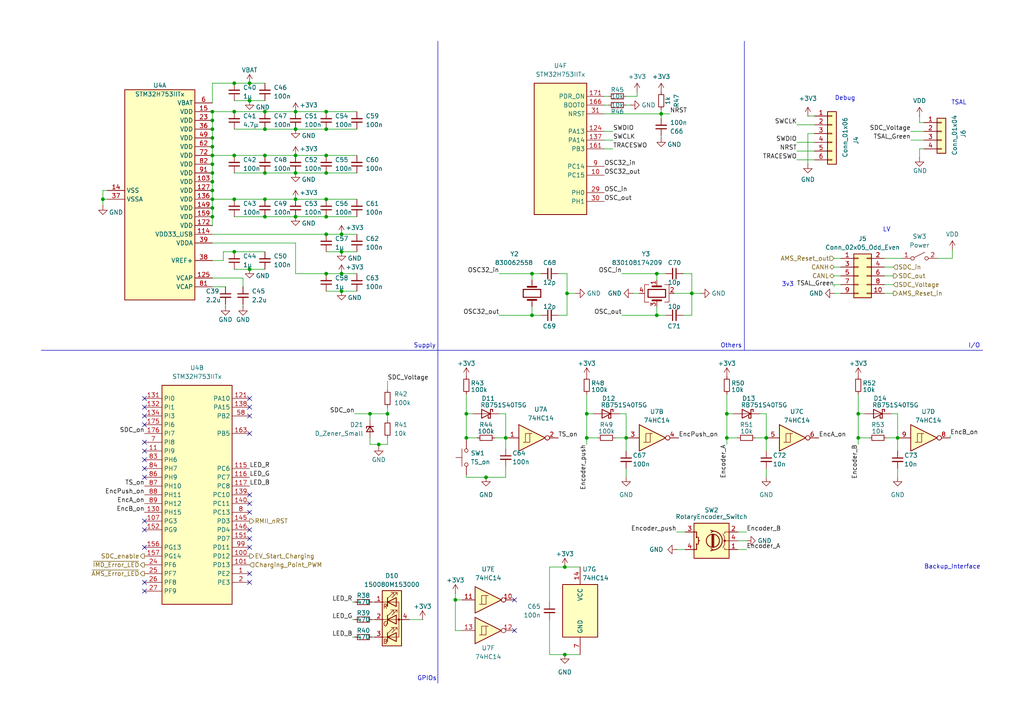
<source format=kicad_sch>
(kicad_sch
	(version 20250114)
	(generator "eeschema")
	(generator_version "9.0")
	(uuid "35b8a975-a1f8-4a47-8395-8e1ea283b386")
	(paper "A4")
	
	(text "Supply"
		(exclude_from_sim no)
		(at 123.19 100.33 0)
		(effects
			(font
				(size 1.27 1.27)
			)
		)
		(uuid "131e0615-657c-4f59-929d-0b7601842308")
	)
	(text "Backup_Interface"
		(exclude_from_sim no)
		(at 276.225 164.465 0)
		(effects
			(font
				(size 1.27 1.27)
			)
		)
		(uuid "15d77424-d13c-4f90-9f96-be8bf1adf8cc")
	)
	(text "3v3"
		(exclude_from_sim no)
		(at 226.695 82.55 0)
		(effects
			(font
				(size 1.27 1.27)
			)
			(justify left)
		)
		(uuid "364922e6-446e-413c-878a-bdcedb16435f")
	)
	(text "Debug"
		(exclude_from_sim no)
		(at 245.11 28.575 0)
		(effects
			(font
				(size 1.27 1.27)
			)
		)
		(uuid "79c5fecb-7e44-4b5c-b26a-b9a1ead8d6a7")
	)
	(text "GPIOs"
		(exclude_from_sim no)
		(at 123.825 196.85 0)
		(effects
			(font
				(size 1.27 1.27)
			)
		)
		(uuid "874e0f0d-b925-486e-858d-0f71e7baf11c")
	)
	(text "Others"
		(exclude_from_sim no)
		(at 212.09 100.33 0)
		(effects
			(font
				(size 1.27 1.27)
			)
		)
		(uuid "8c39beda-3239-4b4d-a394-cb66f7a7e4ef")
	)
	(text "LV"
		(exclude_from_sim no)
		(at 257.175 66.675 0)
		(effects
			(font
				(size 1.27 1.27)
			)
		)
		(uuid "8e72c987-571c-4fd1-98e2-d688bb9b9a23")
	)
	(text "TSAL"
		(exclude_from_sim no)
		(at 278.13 29.845 0)
		(effects
			(font
				(size 1.27 1.27)
			)
		)
		(uuid "b0e08e63-728e-465b-a9bb-a2354a70eaa5")
	)
	(text "I/O"
		(exclude_from_sim no)
		(at 282.575 100.33 0)
		(effects
			(font
				(size 1.27 1.27)
			)
		)
		(uuid "f89b8e88-7ad7-41ce-a0a0-f0fc435a26ef")
	)
	(junction
		(at 210.82 127)
		(diameter 0)
		(color 0 0 0 0)
		(uuid "03054f2e-9208-4716-83d7-1967059eae49")
	)
	(junction
		(at 170.18 120.015)
		(diameter 0)
		(color 0 0 0 0)
		(uuid "04edc9c4-6ba3-413b-80a1-5be3abfb178c")
	)
	(junction
		(at 61.595 60.325)
		(diameter 0)
		(color 0 0 0 0)
		(uuid "0639ff6d-0fa4-4a92-9101-ae69b2e89fd2")
	)
	(junction
		(at 135.255 127)
		(diameter 0)
		(color 0 0 0 0)
		(uuid "0da62957-c2c4-4942-91bd-ffb8d4251c5e")
	)
	(junction
		(at 67.945 32.385)
		(diameter 0)
		(color 0 0 0 0)
		(uuid "1277a601-4d5f-42fb-a0c5-a1f18ba0016e")
	)
	(junction
		(at 260.35 127)
		(diameter 0)
		(color 0 0 0 0)
		(uuid "1ec9d057-6b69-4bff-b2f9-d0b216a47459")
	)
	(junction
		(at 181.61 127)
		(diameter 0)
		(color 0 0 0 0)
		(uuid "1fbd7fc5-8c6d-4ada-afcb-22c60ceb9e34")
	)
	(junction
		(at 132.08 173.99)
		(diameter 0)
		(color 0 0 0 0)
		(uuid "2372f2f0-8b6b-4ba0-8156-48184e2d7c4f")
	)
	(junction
		(at 163.83 164.465)
		(diameter 0)
		(color 0 0 0 0)
		(uuid "32af624e-2218-4443-87a1-2186e9d667d8")
	)
	(junction
		(at 248.92 120.015)
		(diameter 0)
		(color 0 0 0 0)
		(uuid "37d9dbe4-82b9-4615-805a-2f19a542c56e")
	)
	(junction
		(at 170.18 127)
		(diameter 0)
		(color 0 0 0 0)
		(uuid "384fafa7-2dc2-475f-b12a-20aa52e1d930")
	)
	(junction
		(at 112.395 120.015)
		(diameter 0)
		(color 0 0 0 0)
		(uuid "38d409b5-2312-4643-b1fc-fd0131fce598")
	)
	(junction
		(at 67.945 57.785)
		(diameter 0)
		(color 0 0 0 0)
		(uuid "3a44a5b6-35e6-477b-bf34-724cef99df7e")
	)
	(junction
		(at 61.595 32.385)
		(diameter 0)
		(color 0 0 0 0)
		(uuid "3b2e415b-e57a-4f5e-b680-987d6e0ee75d")
	)
	(junction
		(at 76.835 45.085)
		(diameter 0)
		(color 0 0 0 0)
		(uuid "412c5816-2822-46ca-a32f-61cb431bfe1e")
	)
	(junction
		(at 61.595 34.925)
		(diameter 0)
		(color 0 0 0 0)
		(uuid "430d2d22-0f07-45e6-a066-ebb18e98b45d")
	)
	(junction
		(at 94.615 79.375)
		(diameter 0)
		(color 0 0 0 0)
		(uuid "432f5d77-435d-4ec6-8d84-c3578eca972e")
	)
	(junction
		(at 85.725 50.165)
		(diameter 0)
		(color 0 0 0 0)
		(uuid "43f5a8a8-38be-4f74-81aa-71bbc42e5709")
	)
	(junction
		(at 248.92 127)
		(diameter 0)
		(color 0 0 0 0)
		(uuid "46587df5-c4cb-464f-b081-46b2e985f2df")
	)
	(junction
		(at 99.06 84.455)
		(diameter 0)
		(color 0 0 0 0)
		(uuid "4904ae19-57ee-4766-a793-026af6184969")
	)
	(junction
		(at 61.595 57.785)
		(diameter 0)
		(color 0 0 0 0)
		(uuid "4a33e8c1-b15f-4db0-b29d-1dd2148aad9a")
	)
	(junction
		(at 85.725 57.785)
		(diameter 0)
		(color 0 0 0 0)
		(uuid "4bd9b2ee-526d-4e54-8543-852c7a6f1074")
	)
	(junction
		(at 61.595 40.005)
		(diameter 0)
		(color 0 0 0 0)
		(uuid "4bef900f-dc66-42af-b560-e8cc8d6a6bce")
	)
	(junction
		(at 61.595 37.465)
		(diameter 0)
		(color 0 0 0 0)
		(uuid "4c2b925c-0792-420d-8f18-1f562d9b6ba2")
	)
	(junction
		(at 99.06 73.025)
		(diameter 0)
		(color 0 0 0 0)
		(uuid "4ff38491-b732-4bec-930a-4ca407ceb858")
	)
	(junction
		(at 107.315 120.015)
		(diameter 0)
		(color 0 0 0 0)
		(uuid "543660ff-ca23-4fad-8505-bcc3272f30b0")
	)
	(junction
		(at 164.465 85.09)
		(diameter 0)
		(color 0 0 0 0)
		(uuid "556ed635-fced-44e3-845c-f708c990d149")
	)
	(junction
		(at 163.83 189.865)
		(diameter 0)
		(color 0 0 0 0)
		(uuid "57546ade-761b-45ef-9890-daec7eb5d082")
	)
	(junction
		(at 94.615 67.945)
		(diameter 0)
		(color 0 0 0 0)
		(uuid "58f143f7-5a5b-4ff8-89cf-03a63964eb53")
	)
	(junction
		(at 190.5 79.375)
		(diameter 0)
		(color 0 0 0 0)
		(uuid "592f8bd9-4310-4fe4-b840-3718d5a08ff0")
	)
	(junction
		(at 85.725 37.465)
		(diameter 0)
		(color 0 0 0 0)
		(uuid "5a46c399-0f9f-4049-86b9-32bfb792b0a4")
	)
	(junction
		(at 67.945 24.13)
		(diameter 0)
		(color 0 0 0 0)
		(uuid "5ee7831a-b9cd-4699-8b90-ccd7a33a516a")
	)
	(junction
		(at 94.615 62.865)
		(diameter 0)
		(color 0 0 0 0)
		(uuid "62af3ba4-2380-4137-9c4c-8f703fa148db")
	)
	(junction
		(at 222.25 127)
		(diameter 0)
		(color 0 0 0 0)
		(uuid "68357784-7318-43f3-becd-152fcf669e7d")
	)
	(junction
		(at 85.725 32.385)
		(diameter 0)
		(color 0 0 0 0)
		(uuid "6b4ae941-68bd-4806-b564-6051c3e374f6")
	)
	(junction
		(at 61.595 47.625)
		(diameter 0)
		(color 0 0 0 0)
		(uuid "6e7d6e8b-008e-46f2-97bf-300e301fcdc5")
	)
	(junction
		(at 72.39 29.21)
		(diameter 0)
		(color 0 0 0 0)
		(uuid "84972f59-b0b8-441f-aae9-7917b0ac015f")
	)
	(junction
		(at 85.725 45.085)
		(diameter 0)
		(color 0 0 0 0)
		(uuid "84d185bd-171c-460f-91bf-66aa757880e7")
	)
	(junction
		(at 76.835 37.465)
		(diameter 0)
		(color 0 0 0 0)
		(uuid "8a3e42ba-433e-476e-bec8-923cd84f46fb")
	)
	(junction
		(at 61.595 52.705)
		(diameter 0)
		(color 0 0 0 0)
		(uuid "93864b3d-3224-4702-bf3d-2ed04340069c")
	)
	(junction
		(at 99.06 79.375)
		(diameter 0)
		(color 0 0 0 0)
		(uuid "9e0818cf-2913-43d0-81ad-5fd7c6a3ddb1")
	)
	(junction
		(at 140.97 138.43)
		(diameter 0)
		(color 0 0 0 0)
		(uuid "a2af58c6-5f1e-4b3e-b0c0-12a279005486")
	)
	(junction
		(at 76.835 50.165)
		(diameter 0)
		(color 0 0 0 0)
		(uuid "a8da62c7-b5b2-4a05-8568-ce944b258201")
	)
	(junction
		(at 190.5 91.44)
		(diameter 0)
		(color 0 0 0 0)
		(uuid "ac9f37a4-8446-4a5b-a6ff-9f608799a097")
	)
	(junction
		(at 61.595 50.165)
		(diameter 0)
		(color 0 0 0 0)
		(uuid "b510fd1a-117a-465f-a751-9a561bd2ac96")
	)
	(junction
		(at 61.595 42.545)
		(diameter 0)
		(color 0 0 0 0)
		(uuid "b530e2a2-741c-4c76-ace0-7d60e6d206ce")
	)
	(junction
		(at 135.255 120.015)
		(diameter 0)
		(color 0 0 0 0)
		(uuid "b5323042-cbc4-4c6d-8b55-da362d9db400")
	)
	(junction
		(at 94.615 57.785)
		(diameter 0)
		(color 0 0 0 0)
		(uuid "bca7b570-75fa-40a7-a5dd-b415eee9e6fa")
	)
	(junction
		(at 94.615 50.165)
		(diameter 0)
		(color 0 0 0 0)
		(uuid "bcf0274b-9b82-4ddd-b442-da13a9d22e46")
	)
	(junction
		(at 67.945 73.025)
		(diameter 0)
		(color 0 0 0 0)
		(uuid "bdeb1722-eb35-4647-a7e0-350ed2e01785")
	)
	(junction
		(at 200.66 85.09)
		(diameter 0)
		(color 0 0 0 0)
		(uuid "c2234057-b903-484a-a2e3-a32a8859901c")
	)
	(junction
		(at 85.725 62.865)
		(diameter 0)
		(color 0 0 0 0)
		(uuid "c55b6c0a-705b-4ad7-afc8-beda683bc62e")
	)
	(junction
		(at 67.945 45.085)
		(diameter 0)
		(color 0 0 0 0)
		(uuid "ced6b67c-b589-447b-b173-eb3d5278bd77")
	)
	(junction
		(at 99.06 67.945)
		(diameter 0)
		(color 0 0 0 0)
		(uuid "ceeeb9fd-c3cf-438c-9822-df85739f3524")
	)
	(junction
		(at 191.77 33.02)
		(diameter 0)
		(color 0 0 0 0)
		(uuid "d01fb329-49c1-4312-9a86-8c2522e92a75")
	)
	(junction
		(at 72.39 24.13)
		(diameter 0)
		(color 0 0 0 0)
		(uuid "d181dd89-adb0-44ef-b5de-42f46220a519")
	)
	(junction
		(at 154.305 91.44)
		(diameter 0)
		(color 0 0 0 0)
		(uuid "d62f36d0-5342-483c-96b2-d979dd1cfd28")
	)
	(junction
		(at 154.305 79.375)
		(diameter 0)
		(color 0 0 0 0)
		(uuid "d7b6fc6c-855c-4ad5-b8db-ffb1631d4d8e")
	)
	(junction
		(at 29.845 57.785)
		(diameter 0)
		(color 0 0 0 0)
		(uuid "da4a391a-8756-4bbe-ad5d-6a5d7cc0698f")
	)
	(junction
		(at 72.39 78.105)
		(diameter 0)
		(color 0 0 0 0)
		(uuid "dc976682-daa7-427b-b632-e4e6f1b2f4a5")
	)
	(junction
		(at 146.685 127)
		(diameter 0)
		(color 0 0 0 0)
		(uuid "ddd035ed-81df-49e3-9245-82755440f4a5")
	)
	(junction
		(at 61.595 55.245)
		(diameter 0)
		(color 0 0 0 0)
		(uuid "e0d34c7c-a2c8-4d45-a4be-7edc074c7759")
	)
	(junction
		(at 210.82 120.015)
		(diameter 0)
		(color 0 0 0 0)
		(uuid "e28988d6-1ee7-4e20-9f02-35f81af9ff26")
	)
	(junction
		(at 94.615 32.385)
		(diameter 0)
		(color 0 0 0 0)
		(uuid "e6ae9a3e-d48c-4e18-9235-74fe81b4c978")
	)
	(junction
		(at 61.595 62.865)
		(diameter 0)
		(color 0 0 0 0)
		(uuid "eea696d1-0980-4f7d-9ba9-1ff3dcb2b606")
	)
	(junction
		(at 76.835 57.785)
		(diameter 0)
		(color 0 0 0 0)
		(uuid "f3f74bf6-10b1-4218-bfb6-61ef3118c054")
	)
	(junction
		(at 76.835 62.865)
		(diameter 0)
		(color 0 0 0 0)
		(uuid "f5150f2b-4683-49e5-a470-3066104142ee")
	)
	(junction
		(at 61.595 45.085)
		(diameter 0)
		(color 0 0 0 0)
		(uuid "f5abb69e-3023-40b6-8c88-ffed31815111")
	)
	(junction
		(at 76.835 32.385)
		(diameter 0)
		(color 0 0 0 0)
		(uuid "f71381d7-d154-4117-8ffa-0d9e641e8953")
	)
	(junction
		(at 94.615 45.085)
		(diameter 0)
		(color 0 0 0 0)
		(uuid "fa07ce36-60e8-4ebb-8b80-5cc0f863054d")
	)
	(junction
		(at 94.615 37.465)
		(diameter 0)
		(color 0 0 0 0)
		(uuid "fea021c6-6169-4cbd-bd9b-0c0e6e7bdfc0")
	)
	(junction
		(at 109.855 128.905)
		(diameter 0)
		(color 0 0 0 0)
		(uuid "fee4a54d-fd10-4b4f-97f2-238b76d9efae")
	)
	(no_connect
		(at 72.39 153.67)
		(uuid "0979849e-710e-47b6-86d7-e9c688b9aa11")
	)
	(no_connect
		(at 72.39 143.51)
		(uuid "13083978-a433-486d-9ce7-3968dc7190da")
	)
	(no_connect
		(at 41.91 123.19)
		(uuid "146ce1fc-bec7-4dc3-ab48-bc46d796fe51")
	)
	(no_connect
		(at 72.39 166.37)
		(uuid "184e0b37-2f9c-4056-97b4-ef1a017e4ee4")
	)
	(no_connect
		(at 41.91 168.91)
		(uuid "1ab33352-5df0-41d3-8a2b-70622302d93e")
	)
	(no_connect
		(at 41.91 115.57)
		(uuid "23ed13f4-98b6-439c-b825-aece08b8acca")
	)
	(no_connect
		(at 72.39 168.91)
		(uuid "280c6123-36ed-4032-a8fb-23625e9cbf40")
	)
	(no_connect
		(at 149.225 182.88)
		(uuid "29403ca2-cc18-4015-b634-200487c369b9")
	)
	(no_connect
		(at 72.39 118.11)
		(uuid "3071b2a9-834c-4d88-bf39-2726c506937e")
	)
	(no_connect
		(at 72.39 156.21)
		(uuid "4f5fb956-ecd3-4e6a-b104-4f11672ec02d")
	)
	(no_connect
		(at 72.39 115.57)
		(uuid "554342c8-e8a6-401a-9844-51d2683b8c11")
	)
	(no_connect
		(at 72.39 148.59)
		(uuid "56d7413a-87a1-4ad6-8dbd-0da9468a8192")
	)
	(no_connect
		(at 41.91 153.67)
		(uuid "5cb0fac4-5588-43dd-a51e-c4f003bc7824")
	)
	(no_connect
		(at 41.91 171.45)
		(uuid "7e0e686d-2fb2-4695-9b96-f6d8257bde24")
	)
	(no_connect
		(at 149.225 173.99)
		(uuid "8cf95af1-9033-42fe-8297-3430137568f8")
	)
	(no_connect
		(at 72.39 146.05)
		(uuid "9c567fc2-914f-47ce-9a54-4d0e0f7c77a2")
	)
	(no_connect
		(at 72.39 125.73)
		(uuid "ae028c46-c4c0-44a8-ab15-5a3221e64571")
	)
	(no_connect
		(at 41.91 158.75)
		(uuid "b2a1bafe-da14-4fcd-aca9-95c91fcd2301")
	)
	(no_connect
		(at 41.91 120.65)
		(uuid "bf91d5ab-3192-49f6-a0f3-cb8a4dc750a6")
	)
	(no_connect
		(at 41.91 138.43)
		(uuid "c17d3ccd-81ba-4fdd-af5d-4cffde13a405")
	)
	(no_connect
		(at 41.91 133.35)
		(uuid "c2dec42b-d8b6-4fba-8ad8-3058ad41867c")
	)
	(no_connect
		(at 41.91 130.81)
		(uuid "cb35255e-15c1-4414-bab0-36e7e6123437")
	)
	(no_connect
		(at 72.39 120.65)
		(uuid "cf225bd0-a812-4259-9c6d-76bce07b2df2")
	)
	(no_connect
		(at 41.91 135.89)
		(uuid "cf870591-39f4-4cb8-9b41-ec579bc32917")
	)
	(no_connect
		(at 41.91 151.13)
		(uuid "d187bd36-9147-40e9-9890-05ffb8be5838")
	)
	(no_connect
		(at 41.91 128.27)
		(uuid "d944d886-a214-438d-bf39-c2249697a1c3")
	)
	(no_connect
		(at 41.91 118.11)
		(uuid "db10fffb-96cd-4cae-b23e-174ce2da0ba8")
	)
	(no_connect
		(at 72.39 158.75)
		(uuid "e38f9f38-fab1-4a5d-8735-35ab6dacc3c2")
	)
	(wire
		(pts
			(xy 29.845 55.245) (xy 29.845 57.785)
		)
		(stroke
			(width 0)
			(type default)
		)
		(uuid "032e93c1-425f-4fcb-aba6-03ae1c74082b")
	)
	(wire
		(pts
			(xy 61.595 50.165) (xy 61.595 52.705)
		)
		(stroke
			(width 0)
			(type default)
		)
		(uuid "04debeef-549a-4c39-927b-69f1f0139e70")
	)
	(wire
		(pts
			(xy 102.235 184.785) (xy 102.87 184.785)
		)
		(stroke
			(width 0)
			(type default)
		)
		(uuid "05c2eb4c-a567-4a7b-9a8b-6cba89516905")
	)
	(wire
		(pts
			(xy 163.83 164.465) (xy 159.385 164.465)
		)
		(stroke
			(width 0)
			(type default)
		)
		(uuid "07a82d9a-9ca8-4d08-8726-f180541b7083")
	)
	(wire
		(pts
			(xy 94.615 84.455) (xy 99.06 84.455)
		)
		(stroke
			(width 0)
			(type default)
		)
		(uuid "0897e0f0-120b-400e-bb14-897e40e7b02d")
	)
	(wire
		(pts
			(xy 61.595 45.085) (xy 61.595 47.625)
		)
		(stroke
			(width 0)
			(type default)
		)
		(uuid "097118d6-edc8-4348-b70f-10344c435092")
	)
	(wire
		(pts
			(xy 276.225 74.93) (xy 271.78 74.93)
		)
		(stroke
			(width 0)
			(type default)
		)
		(uuid "0abfaed6-42e2-4ebd-ac06-07b93585aba9")
	)
	(wire
		(pts
			(xy 210.82 127) (xy 210.82 120.015)
		)
		(stroke
			(width 0)
			(type default)
		)
		(uuid "0acb257e-2494-4ba3-9e68-77f675c74b58")
	)
	(wire
		(pts
			(xy 132.08 173.99) (xy 133.985 173.99)
		)
		(stroke
			(width 0)
			(type default)
		)
		(uuid "0c12a21c-7010-4ff8-acfb-f02a5c09dbb8")
	)
	(wire
		(pts
			(xy 266.7 33.655) (xy 266.7 35.56)
		)
		(stroke
			(width 0)
			(type default)
		)
		(uuid "0e5c1ed1-997f-463b-a28c-687c838c6c3e")
	)
	(wire
		(pts
			(xy 164.465 79.375) (xy 161.925 79.375)
		)
		(stroke
			(width 0)
			(type default)
		)
		(uuid "0f6e8366-0d81-4da7-9f30-62173a06d853")
	)
	(wire
		(pts
			(xy 144.78 91.44) (xy 154.305 91.44)
		)
		(stroke
			(width 0)
			(type default)
		)
		(uuid "0f761e8c-44a9-43ba-8303-ba52fba04da2")
	)
	(wire
		(pts
			(xy 94.615 32.385) (xy 103.505 32.385)
		)
		(stroke
			(width 0)
			(type default)
		)
		(uuid "0fa1f5e0-0ffe-4f7d-bf74-e541cdb35448")
	)
	(wire
		(pts
			(xy 67.945 29.21) (xy 72.39 29.21)
		)
		(stroke
			(width 0)
			(type default)
		)
		(uuid "104524c5-4e85-46bb-8fcf-6e42d9b60b65")
	)
	(wire
		(pts
			(xy 196.215 154.305) (xy 198.755 154.305)
		)
		(stroke
			(width 0)
			(type default)
		)
		(uuid "10bcdded-64db-4cbe-937c-70873d7cfb8e")
	)
	(wire
		(pts
			(xy 154.305 88.9) (xy 154.305 91.44)
		)
		(stroke
			(width 0)
			(type default)
		)
		(uuid "11e88f10-3504-432d-b8ed-d3a2e1236c08")
	)
	(wire
		(pts
			(xy 159.385 179.705) (xy 159.385 189.865)
		)
		(stroke
			(width 0)
			(type default)
		)
		(uuid "12993ed2-1dc1-4d0e-86ff-959c1d8c40f6")
	)
	(wire
		(pts
			(xy 156.845 79.375) (xy 154.305 79.375)
		)
		(stroke
			(width 0)
			(type default)
		)
		(uuid "13465972-5b15-4360-a8d8-10dafd7f715f")
	)
	(wire
		(pts
			(xy 61.595 80.645) (xy 70.485 80.645)
		)
		(stroke
			(width 0)
			(type default)
		)
		(uuid "148b4878-4176-450e-a5d5-e6bfe383516f")
	)
	(wire
		(pts
			(xy 276.225 72.39) (xy 276.225 74.93)
		)
		(stroke
			(width 0)
			(type default)
		)
		(uuid "149f6158-2d55-4904-9005-6a7af8f5b0bd")
	)
	(wire
		(pts
			(xy 61.595 70.485) (xy 85.725 70.485)
		)
		(stroke
			(width 0)
			(type default)
		)
		(uuid "17aaff2b-efe1-44db-8c2b-80df99259895")
	)
	(wire
		(pts
			(xy 266.7 45.72) (xy 266.7 43.18)
		)
		(stroke
			(width 0)
			(type default)
		)
		(uuid "17af4a42-5d6e-4b1d-a623-823e298f89ff")
	)
	(wire
		(pts
			(xy 248.92 127) (xy 248.92 120.015)
		)
		(stroke
			(width 0)
			(type default)
		)
		(uuid "189cc12e-17f9-4ac7-a5e3-046d825e6b14")
	)
	(wire
		(pts
			(xy 99.06 67.945) (xy 103.505 67.945)
		)
		(stroke
			(width 0)
			(type default)
		)
		(uuid "1a1d5fa7-6a93-453f-bf03-bdc034a2e77b")
	)
	(wire
		(pts
			(xy 94.615 57.785) (xy 103.505 57.785)
		)
		(stroke
			(width 0)
			(type default)
		)
		(uuid "1c4dff5e-c946-4edf-b17e-21144a60469e")
	)
	(wire
		(pts
			(xy 241.935 77.47) (xy 243.84 77.47)
		)
		(stroke
			(width 0)
			(type default)
		)
		(uuid "1d2e0e02-2515-4d66-aeb3-65162d89a3f4")
	)
	(wire
		(pts
			(xy 184.785 27.94) (xy 181.61 27.94)
		)
		(stroke
			(width 0)
			(type default)
		)
		(uuid "1f04f8da-308f-4d4b-b645-ba6a9e3ab5d0")
	)
	(wire
		(pts
			(xy 76.835 32.385) (xy 85.725 32.385)
		)
		(stroke
			(width 0)
			(type default)
		)
		(uuid "1faf3668-c96e-4421-a896-b7c77f08f668")
	)
	(wire
		(pts
			(xy 61.595 83.185) (xy 65.405 83.185)
		)
		(stroke
			(width 0)
			(type default)
		)
		(uuid "1ffb5664-1168-4c3c-85d6-4fdbdf0c4e6e")
	)
	(wire
		(pts
			(xy 264.16 38.1) (xy 267.97 38.1)
		)
		(stroke
			(width 0)
			(type default)
		)
		(uuid "24d23fd4-dde8-468b-82b9-b8390fc82a84")
	)
	(wire
		(pts
			(xy 135.255 120.015) (xy 135.255 114.3)
		)
		(stroke
			(width 0)
			(type default)
		)
		(uuid "24dd2109-d885-4f25-9b95-438c9c83cf53")
	)
	(wire
		(pts
			(xy 180.34 91.44) (xy 190.5 91.44)
		)
		(stroke
			(width 0)
			(type default)
		)
		(uuid "253dfb7b-e994-492e-9366-0b579cd2b921")
	)
	(wire
		(pts
			(xy 175.26 43.18) (xy 177.8 43.18)
		)
		(stroke
			(width 0)
			(type default)
		)
		(uuid "2648ca35-0d3b-41fc-a0c7-4426c47646af")
	)
	(wire
		(pts
			(xy 178.435 127) (xy 181.61 127)
		)
		(stroke
			(width 0)
			(type default)
		)
		(uuid "2648ed24-8d46-4019-81af-59cb3d3be6ef")
	)
	(wire
		(pts
			(xy 191.77 31.75) (xy 191.77 33.02)
		)
		(stroke
			(width 0)
			(type default)
		)
		(uuid "26c33951-823a-4537-8b37-6d067360a301")
	)
	(wire
		(pts
			(xy 112.395 128.905) (xy 112.395 127)
		)
		(stroke
			(width 0)
			(type default)
		)
		(uuid "2c4f26c5-5c63-4935-8730-31c29fa84cce")
	)
	(wire
		(pts
			(xy 181.61 127) (xy 181.61 130.81)
		)
		(stroke
			(width 0)
			(type default)
		)
		(uuid "2cdd5f51-0d96-4792-81bb-d51b64b09cb3")
	)
	(wire
		(pts
			(xy 61.595 24.13) (xy 67.945 24.13)
		)
		(stroke
			(width 0)
			(type default)
		)
		(uuid "309416c5-01a5-479d-b151-4aa15c679aae")
	)
	(wire
		(pts
			(xy 85.725 79.375) (xy 94.615 79.375)
		)
		(stroke
			(width 0)
			(type default)
		)
		(uuid "310b3c16-f636-42e3-92d9-8323bba36848")
	)
	(wire
		(pts
			(xy 76.835 37.465) (xy 85.725 37.465)
		)
		(stroke
			(width 0)
			(type default)
		)
		(uuid "330ea2aa-85e8-4ceb-99f4-7100f8ce0417")
	)
	(wire
		(pts
			(xy 191.77 33.02) (xy 194.31 33.02)
		)
		(stroke
			(width 0)
			(type default)
		)
		(uuid "347806f3-c012-4e14-b373-8933bd8734e0")
	)
	(wire
		(pts
			(xy 76.835 57.785) (xy 85.725 57.785)
		)
		(stroke
			(width 0)
			(type default)
		)
		(uuid "36d2f170-42d7-42b6-bedf-1e807c2cdfa4")
	)
	(wire
		(pts
			(xy 132.08 182.88) (xy 133.985 182.88)
		)
		(stroke
			(width 0)
			(type default)
		)
		(uuid "37e53374-fbe2-4c94-9df6-af2d252aceb1")
	)
	(wire
		(pts
			(xy 212.725 120.015) (xy 210.82 120.015)
		)
		(stroke
			(width 0)
			(type default)
		)
		(uuid "3d2600c5-4b7c-4f1d-afa3-11b5c6dcb5c5")
	)
	(wire
		(pts
			(xy 61.595 42.545) (xy 61.595 45.085)
		)
		(stroke
			(width 0)
			(type default)
		)
		(uuid "3ef07bc0-0d1b-4958-a3ce-4224cfe09f5c")
	)
	(wire
		(pts
			(xy 175.26 30.48) (xy 176.53 30.48)
		)
		(stroke
			(width 0)
			(type default)
		)
		(uuid "403943a3-7606-4350-b9f9-7a83a426e950")
	)
	(wire
		(pts
			(xy 107.315 120.015) (xy 107.315 121.92)
		)
		(stroke
			(width 0)
			(type default)
		)
		(uuid "40f3fbab-c25f-4c9a-a6ab-fb4449cf418a")
	)
	(wire
		(pts
			(xy 67.945 73.025) (xy 76.835 73.025)
		)
		(stroke
			(width 0)
			(type default)
		)
		(uuid "41a4017a-ed14-481c-94d2-358f975fdabf")
	)
	(wire
		(pts
			(xy 146.685 135.255) (xy 146.685 138.43)
		)
		(stroke
			(width 0)
			(type default)
		)
		(uuid "42a6c1c1-0bec-4a64-ba97-022485632b2c")
	)
	(wire
		(pts
			(xy 196.215 159.385) (xy 198.755 159.385)
		)
		(stroke
			(width 0)
			(type default)
		)
		(uuid "45efd4b5-380f-4cd4-904f-cf4fa9f9daec")
	)
	(wire
		(pts
			(xy 99.06 79.375) (xy 103.505 79.375)
		)
		(stroke
			(width 0)
			(type default)
		)
		(uuid "4744999c-668b-4ef7-aadc-3605c6b773bc")
	)
	(wire
		(pts
			(xy 181.61 120.015) (xy 179.705 120.015)
		)
		(stroke
			(width 0)
			(type default)
		)
		(uuid "49c65d79-8bc2-442d-ab86-201154fc87cc")
	)
	(wire
		(pts
			(xy 241.935 82.55) (xy 243.84 82.55)
		)
		(stroke
			(width 0)
			(type default)
		)
		(uuid "4a8c75fc-97c8-4a4c-ae30-d2dd3740701b")
	)
	(wire
		(pts
			(xy 94.615 67.945) (xy 99.06 67.945)
		)
		(stroke
			(width 0)
			(type default)
		)
		(uuid "4b920d01-933a-491c-99e7-03b14beb823a")
	)
	(wire
		(pts
			(xy 31.115 57.785) (xy 29.845 57.785)
		)
		(stroke
			(width 0)
			(type default)
		)
		(uuid "4d5c3bc0-56ca-42fc-9e4b-f425c7170797")
	)
	(wire
		(pts
			(xy 64.77 75.565) (xy 64.77 73.025)
		)
		(stroke
			(width 0)
			(type default)
		)
		(uuid "50907a1c-ae3b-4cb2-8b1f-a2bbd698e6e7")
	)
	(wire
		(pts
			(xy 164.465 85.09) (xy 164.465 79.375)
		)
		(stroke
			(width 0)
			(type default)
		)
		(uuid "50b98742-cad0-4c19-a7a0-a62a29ac5fcc")
	)
	(wire
		(pts
			(xy 222.25 120.015) (xy 220.345 120.015)
		)
		(stroke
			(width 0)
			(type default)
		)
		(uuid "5191c369-027d-4092-b2b8-93d2603c665e")
	)
	(wire
		(pts
			(xy 260.35 135.89) (xy 260.35 138.43)
		)
		(stroke
			(width 0)
			(type default)
		)
		(uuid "5248ae66-747b-402d-b1e1-3923ddbceb53")
	)
	(wire
		(pts
			(xy 109.855 129.54) (xy 109.855 128.905)
		)
		(stroke
			(width 0)
			(type default)
		)
		(uuid "55392592-7026-4f7e-ac69-d16b34d6c332")
	)
	(wire
		(pts
			(xy 193.04 79.375) (xy 190.5 79.375)
		)
		(stroke
			(width 0)
			(type default)
		)
		(uuid "555e9d66-742b-4eec-a060-e02888a73929")
	)
	(wire
		(pts
			(xy 146.685 127) (xy 146.685 120.015)
		)
		(stroke
			(width 0)
			(type default)
		)
		(uuid "55cfb840-558a-4935-83f9-4eb19eacb4b8")
	)
	(wire
		(pts
			(xy 175.26 38.1) (xy 177.8 38.1)
		)
		(stroke
			(width 0)
			(type default)
		)
		(uuid "57d04a43-6d2e-4867-91ea-a8b774abf2a0")
	)
	(wire
		(pts
			(xy 190.5 79.375) (xy 190.5 81.28)
		)
		(stroke
			(width 0)
			(type default)
		)
		(uuid "5a7fb71b-fa03-4ad2-9d6d-61e0ee9e0398")
	)
	(wire
		(pts
			(xy 72.39 78.105) (xy 76.835 78.105)
		)
		(stroke
			(width 0)
			(type default)
		)
		(uuid "5aff9e20-a3fa-44e2-b265-1bacc7296e59")
	)
	(polyline
		(pts
			(xy 215.9 11.938) (xy 215.9 101.6)
		)
		(stroke
			(width 0)
			(type default)
		)
		(uuid "5d5a5bf6-27d1-48b9-96a5-b3ec58aa8e29")
	)
	(wire
		(pts
			(xy 191.77 34.29) (xy 191.77 33.02)
		)
		(stroke
			(width 0)
			(type default)
		)
		(uuid "60b71a6b-1157-4946-bc97-0a3329be562e")
	)
	(wire
		(pts
			(xy 163.83 189.865) (xy 168.275 189.865)
		)
		(stroke
			(width 0)
			(type default)
		)
		(uuid "6135ec72-54f1-443e-a5b5-c37342bd387e")
	)
	(wire
		(pts
			(xy 107.95 179.705) (xy 108.585 179.705)
		)
		(stroke
			(width 0)
			(type default)
		)
		(uuid "62b842d4-cccf-48c1-93fb-672495a4281c")
	)
	(wire
		(pts
			(xy 85.725 32.385) (xy 94.615 32.385)
		)
		(stroke
			(width 0)
			(type default)
		)
		(uuid "6303d52b-100d-46f3-a928-30836b82f1cc")
	)
	(wire
		(pts
			(xy 94.615 50.165) (xy 103.505 50.165)
		)
		(stroke
			(width 0)
			(type default)
		)
		(uuid "6396b971-f44f-406f-9e4e-0613cb6bf000")
	)
	(wire
		(pts
			(xy 135.255 127.635) (xy 135.255 127)
		)
		(stroke
			(width 0)
			(type default)
		)
		(uuid "64e3a189-c1ad-459d-995d-a0035f523f27")
	)
	(wire
		(pts
			(xy 112.395 120.015) (xy 107.315 120.015)
		)
		(stroke
			(width 0)
			(type default)
		)
		(uuid "6625ace8-7df0-49fe-be18-552f69797353")
	)
	(wire
		(pts
			(xy 72.39 24.13) (xy 76.835 24.13)
		)
		(stroke
			(width 0)
			(type default)
		)
		(uuid "67d92ab7-6b27-413e-9d68-7d1c5c2811e8")
	)
	(wire
		(pts
			(xy 67.945 37.465) (xy 76.835 37.465)
		)
		(stroke
			(width 0)
			(type default)
		)
		(uuid "6806237e-7ade-4701-8b03-154f1dcd585d")
	)
	(wire
		(pts
			(xy 61.595 57.785) (xy 61.595 60.325)
		)
		(stroke
			(width 0)
			(type default)
		)
		(uuid "6a586c9f-68a8-4812-82a9-a5e31d2a3515")
	)
	(wire
		(pts
			(xy 170.18 127) (xy 170.18 120.015)
		)
		(stroke
			(width 0)
			(type default)
		)
		(uuid "6be6246e-4199-4714-be23-b158dcd26c83")
	)
	(wire
		(pts
			(xy 170.18 120.015) (xy 170.18 114.3)
		)
		(stroke
			(width 0)
			(type default)
		)
		(uuid "6d08ff60-dd10-45f6-8a05-095ee98a5730")
	)
	(wire
		(pts
			(xy 118.745 179.705) (xy 122.555 179.705)
		)
		(stroke
			(width 0)
			(type default)
		)
		(uuid "6d45df03-d4db-468d-b940-85424d61490f")
	)
	(wire
		(pts
			(xy 184.785 26.67) (xy 184.785 27.94)
		)
		(stroke
			(width 0)
			(type default)
		)
		(uuid "6d4f3bce-43e5-4382-80fd-e1bf727cadaf")
	)
	(wire
		(pts
			(xy 264.16 40.64) (xy 267.97 40.64)
		)
		(stroke
			(width 0)
			(type default)
		)
		(uuid "6e4c3d8c-0039-454c-9ed5-ebed97a25dfd")
	)
	(wire
		(pts
			(xy 200.66 91.44) (xy 200.66 85.09)
		)
		(stroke
			(width 0)
			(type default)
		)
		(uuid "6e65cf2f-79a8-42d3-a1d9-dc3348bdfd63")
	)
	(wire
		(pts
			(xy 260.35 127) (xy 260.35 130.81)
		)
		(stroke
			(width 0)
			(type default)
		)
		(uuid "6ef6778b-bc85-4d70-ac90-14af113f39b0")
	)
	(wire
		(pts
			(xy 234.315 38.735) (xy 236.22 38.735)
		)
		(stroke
			(width 0)
			(type default)
		)
		(uuid "6f73b510-add9-447a-a656-606690f47875")
	)
	(wire
		(pts
			(xy 190.5 91.44) (xy 193.04 91.44)
		)
		(stroke
			(width 0)
			(type default)
		)
		(uuid "703d9349-c8a4-4a59-8d3d-5b12a6be4b90")
	)
	(wire
		(pts
			(xy 181.61 135.89) (xy 181.61 138.43)
		)
		(stroke
			(width 0)
			(type default)
		)
		(uuid "72e34599-0c42-46a0-9c0b-77a570bf18de")
	)
	(wire
		(pts
			(xy 64.77 73.025) (xy 67.945 73.025)
		)
		(stroke
			(width 0)
			(type default)
		)
		(uuid "73b6ecd5-6c6d-4016-bd27-0a2d8d9f1dcb")
	)
	(wire
		(pts
			(xy 222.25 135.89) (xy 222.25 138.43)
		)
		(stroke
			(width 0)
			(type default)
		)
		(uuid "758d34b8-5e0c-4d3e-a8e7-0bf6f0655aa8")
	)
	(wire
		(pts
			(xy 94.615 79.375) (xy 99.06 79.375)
		)
		(stroke
			(width 0)
			(type default)
		)
		(uuid "75c1b770-6d91-48ed-b5bb-2a7474ec1302")
	)
	(wire
		(pts
			(xy 248.92 120.015) (xy 248.92 114.3)
		)
		(stroke
			(width 0)
			(type default)
		)
		(uuid "75c4b408-7bb5-4316-be8b-144dfb3a0679")
	)
	(wire
		(pts
			(xy 109.855 128.905) (xy 112.395 128.905)
		)
		(stroke
			(width 0)
			(type default)
		)
		(uuid "7914a7e9-5528-4149-9398-b8c7534f01a7")
	)
	(wire
		(pts
			(xy 94.615 37.465) (xy 103.505 37.465)
		)
		(stroke
			(width 0)
			(type default)
		)
		(uuid "79b4f1a0-ad3e-42ad-8d4d-96fdacee2d98")
	)
	(wire
		(pts
			(xy 222.25 127) (xy 222.25 120.015)
		)
		(stroke
			(width 0)
			(type default)
		)
		(uuid "7a70a435-d0a5-4728-9fe3-488b103c0ff1")
	)
	(wire
		(pts
			(xy 61.595 75.565) (xy 64.77 75.565)
		)
		(stroke
			(width 0)
			(type default)
		)
		(uuid "7af938fc-d107-4e8b-b420-77fc02771c52")
	)
	(wire
		(pts
			(xy 275.59 127) (xy 275.59 126.365)
		)
		(stroke
			(width 0)
			(type default)
		)
		(uuid "7f725b4f-659d-48ef-a319-985a2cbfb908")
	)
	(wire
		(pts
			(xy 219.075 127) (xy 222.25 127)
		)
		(stroke
			(width 0)
			(type default)
		)
		(uuid "839b782e-28ab-428d-b1be-7822af7b71cb")
	)
	(wire
		(pts
			(xy 180.34 79.375) (xy 190.5 79.375)
		)
		(stroke
			(width 0)
			(type default)
		)
		(uuid "83a55d68-4ab7-4179-9354-0c5cc77b1c73")
	)
	(wire
		(pts
			(xy 76.835 50.165) (xy 85.725 50.165)
		)
		(stroke
			(width 0)
			(type default)
		)
		(uuid "84e3fdd0-3727-441e-a756-9e0c64b0f45f")
	)
	(polyline
		(pts
			(xy 127 11.938) (xy 127 101.6)
		)
		(stroke
			(width 0)
			(type default)
		)
		(uuid "84f38b85-0f5d-4a4b-80bb-696a14d4aafa")
	)
	(wire
		(pts
			(xy 140.97 138.43) (xy 146.685 138.43)
		)
		(stroke
			(width 0)
			(type default)
		)
		(uuid "86313ec9-c45c-40da-8b43-e3bfab508203")
	)
	(wire
		(pts
			(xy 248.92 127) (xy 252.095 127)
		)
		(stroke
			(width 0)
			(type default)
		)
		(uuid "86947a20-bfbb-470f-ade3-d9f6007b69ac")
	)
	(wire
		(pts
			(xy 175.26 40.64) (xy 177.8 40.64)
		)
		(stroke
			(width 0)
			(type default)
		)
		(uuid "88b8f5b6-3715-41e0-a3a8-0d0e3a6c1e02")
	)
	(wire
		(pts
			(xy 168.275 164.465) (xy 163.83 164.465)
		)
		(stroke
			(width 0)
			(type default)
		)
		(uuid "89e32d00-bc94-4885-82e0-5dd30728688e")
	)
	(wire
		(pts
			(xy 61.595 67.945) (xy 94.615 67.945)
		)
		(stroke
			(width 0)
			(type default)
		)
		(uuid "8b6d86c8-a76b-4172-a3e3-318a9ff50aa3")
	)
	(polyline
		(pts
			(xy 127 101.6) (xy 127 198.12)
		)
		(stroke
			(width 0)
			(type default)
		)
		(uuid "8bcf0b4a-6f01-4a5f-b0f5-c84531e850c3")
	)
	(wire
		(pts
			(xy 260.35 120.015) (xy 258.445 120.015)
		)
		(stroke
			(width 0)
			(type default)
		)
		(uuid "8c19e9ff-e4ef-4483-a680-8e6b2961edcb")
	)
	(wire
		(pts
			(xy 210.82 127) (xy 213.995 127)
		)
		(stroke
			(width 0)
			(type default)
		)
		(uuid "8c3414c8-1f18-4d52-9d18-92efb010e968")
	)
	(wire
		(pts
			(xy 102.235 174.625) (xy 102.87 174.625)
		)
		(stroke
			(width 0)
			(type default)
		)
		(uuid "8ebbf762-fbce-49fe-bfeb-dcdacafb24c4")
	)
	(wire
		(pts
			(xy 231.14 41.275) (xy 236.22 41.275)
		)
		(stroke
			(width 0)
			(type default)
		)
		(uuid "9010c615-b8dc-48be-91ed-68e32181e1d7")
	)
	(wire
		(pts
			(xy 190.5 88.9) (xy 190.5 91.44)
		)
		(stroke
			(width 0)
			(type default)
		)
		(uuid "901b9b2d-ac73-44b7-895b-ec05897b6639")
	)
	(wire
		(pts
			(xy 200.66 85.09) (xy 203.2 85.09)
		)
		(stroke
			(width 0)
			(type default)
		)
		(uuid "9093e411-b067-4966-8fa8-328292f3ebea")
	)
	(wire
		(pts
			(xy 61.595 55.245) (xy 61.595 57.785)
		)
		(stroke
			(width 0)
			(type default)
		)
		(uuid "90b8ebde-31c8-4847-a287-5f7fd9675ba3")
	)
	(wire
		(pts
			(xy 243.84 85.09) (xy 241.935 85.09)
		)
		(stroke
			(width 0)
			(type default)
		)
		(uuid "91741062-b740-4586-b9f4-922451ae440c")
	)
	(wire
		(pts
			(xy 170.18 128.905) (xy 170.18 127)
		)
		(stroke
			(width 0)
			(type default)
		)
		(uuid "964c4c95-0edc-42d0-810d-ad4479439d49")
	)
	(wire
		(pts
			(xy 99.06 73.025) (xy 103.505 73.025)
		)
		(stroke
			(width 0)
			(type default)
		)
		(uuid "973662df-2e27-4c95-a259-713a9d128e46")
	)
	(wire
		(pts
			(xy 159.385 164.465) (xy 159.385 174.625)
		)
		(stroke
			(width 0)
			(type default)
		)
		(uuid "978df144-cdde-4d69-8b01-c4fe7024360a")
	)
	(wire
		(pts
			(xy 154.305 91.44) (xy 156.845 91.44)
		)
		(stroke
			(width 0)
			(type default)
		)
		(uuid "97ede80a-b5b1-4149-b441-4a9a24261021")
	)
	(wire
		(pts
			(xy 29.845 57.785) (xy 29.845 59.69)
		)
		(stroke
			(width 0)
			(type default)
		)
		(uuid "98d5f97d-76ee-4339-9fcb-0aad1bffdd91")
	)
	(wire
		(pts
			(xy 200.66 85.09) (xy 195.58 85.09)
		)
		(stroke
			(width 0)
			(type default)
		)
		(uuid "9cc1ff3f-cefe-4a7e-b237-e926d6edbe05")
	)
	(wire
		(pts
			(xy 266.7 35.56) (xy 267.97 35.56)
		)
		(stroke
			(width 0)
			(type default)
		)
		(uuid "9d514266-0ddd-4350-a00d-f23dcaf52f6f")
	)
	(wire
		(pts
			(xy 107.315 120.015) (xy 102.87 120.015)
		)
		(stroke
			(width 0)
			(type default)
		)
		(uuid "9d8b6b7c-364f-4e1a-8da5-3819b2a08675")
	)
	(wire
		(pts
			(xy 241.935 83.185) (xy 241.935 82.55)
		)
		(stroke
			(width 0)
			(type default)
		)
		(uuid "9f544dbe-c4bf-4ea9-ae26-92987485c5f5")
	)
	(wire
		(pts
			(xy 61.595 47.625) (xy 61.595 50.165)
		)
		(stroke
			(width 0)
			(type default)
		)
		(uuid "9f9ae461-b89c-4786-9861-dda1960da6f7")
	)
	(wire
		(pts
			(xy 67.945 24.13) (xy 72.39 24.13)
		)
		(stroke
			(width 0)
			(type default)
		)
		(uuid "a10ab475-065e-44da-aa1e-4acd1b79678e")
	)
	(wire
		(pts
			(xy 85.725 62.865) (xy 94.615 62.865)
		)
		(stroke
			(width 0)
			(type default)
		)
		(uuid "a1794c33-030e-4353-b243-ecbb43184f8d")
	)
	(wire
		(pts
			(xy 146.685 127) (xy 146.685 130.175)
		)
		(stroke
			(width 0)
			(type default)
		)
		(uuid "a492a2d2-690f-48ce-8b67-44ff70ef9cd0")
	)
	(wire
		(pts
			(xy 94.615 73.025) (xy 99.06 73.025)
		)
		(stroke
			(width 0)
			(type default)
		)
		(uuid "a5b56033-b81b-415f-a7ab-e84f87f8230e")
	)
	(wire
		(pts
			(xy 200.66 85.09) (xy 200.66 79.375)
		)
		(stroke
			(width 0)
			(type default)
		)
		(uuid "a5ffdd7d-d73d-4f19-a48a-67b6dccc47b4")
	)
	(wire
		(pts
			(xy 112.395 113.03) (xy 112.395 110.49)
		)
		(stroke
			(width 0)
			(type default)
		)
		(uuid "a718020f-1fd0-4ca7-bf42-8f95f5bffabc")
	)
	(wire
		(pts
			(xy 175.26 33.02) (xy 191.77 33.02)
		)
		(stroke
			(width 0)
			(type default)
		)
		(uuid "a7538366-43ba-4f57-a90e-c52e3d942daa")
	)
	(wire
		(pts
			(xy 135.255 138.43) (xy 135.255 137.795)
		)
		(stroke
			(width 0)
			(type default)
		)
		(uuid "a87a4e21-be8f-4c97-aa39-590f7357b5aa")
	)
	(wire
		(pts
			(xy 67.945 32.385) (xy 76.835 32.385)
		)
		(stroke
			(width 0)
			(type default)
		)
		(uuid "a904c53b-8e3e-4bc5-a27f-7383e8f2953d")
	)
	(wire
		(pts
			(xy 260.35 127) (xy 260.35 120.015)
		)
		(stroke
			(width 0)
			(type default)
		)
		(uuid "a9068bf5-f10c-47f0-993f-76eee5b0d4a3")
	)
	(wire
		(pts
			(xy 256.54 74.93) (xy 261.62 74.93)
		)
		(stroke
			(width 0)
			(type default)
		)
		(uuid "aa32e37b-0a16-4d8d-9d0d-b8b5ce96dcc7")
	)
	(wire
		(pts
			(xy 107.315 127) (xy 107.315 128.905)
		)
		(stroke
			(width 0)
			(type default)
		)
		(uuid "ab4c4cc5-a5bf-4039-a008-37765ef8eb1e")
	)
	(wire
		(pts
			(xy 248.92 128.905) (xy 248.92 127)
		)
		(stroke
			(width 0)
			(type default)
		)
		(uuid "abc310cb-857c-4753-b28e-44fa907af802")
	)
	(wire
		(pts
			(xy 85.725 37.465) (xy 94.615 37.465)
		)
		(stroke
			(width 0)
			(type default)
		)
		(uuid "abd2ae2c-7f6e-41ad-b5a6-a31e8ed94f3d")
	)
	(wire
		(pts
			(xy 170.18 127) (xy 173.355 127)
		)
		(stroke
			(width 0)
			(type default)
		)
		(uuid "ac89e3fd-dd43-4a14-8ceb-8cbdca514b96")
	)
	(wire
		(pts
			(xy 67.945 57.785) (xy 76.835 57.785)
		)
		(stroke
			(width 0)
			(type default)
		)
		(uuid "ae0acb81-b15c-450b-a2ac-387ea9ab04b3")
	)
	(wire
		(pts
			(xy 61.595 45.085) (xy 67.945 45.085)
		)
		(stroke
			(width 0)
			(type default)
		)
		(uuid "aff8a17b-3015-4cf1-8e0d-8ef617a730ba")
	)
	(wire
		(pts
			(xy 164.465 85.09) (xy 167.005 85.09)
		)
		(stroke
			(width 0)
			(type default)
		)
		(uuid "b02cc84c-3b43-429e-8e86-e6e1d1ce361b")
	)
	(wire
		(pts
			(xy 61.595 32.385) (xy 61.595 34.925)
		)
		(stroke
			(width 0)
			(type default)
		)
		(uuid "b1ae31fb-1a94-46ff-a0d3-79e8bfa3c878")
	)
	(wire
		(pts
			(xy 85.725 70.485) (xy 85.725 79.375)
		)
		(stroke
			(width 0)
			(type default)
		)
		
... [202909 chars truncated]
</source>
